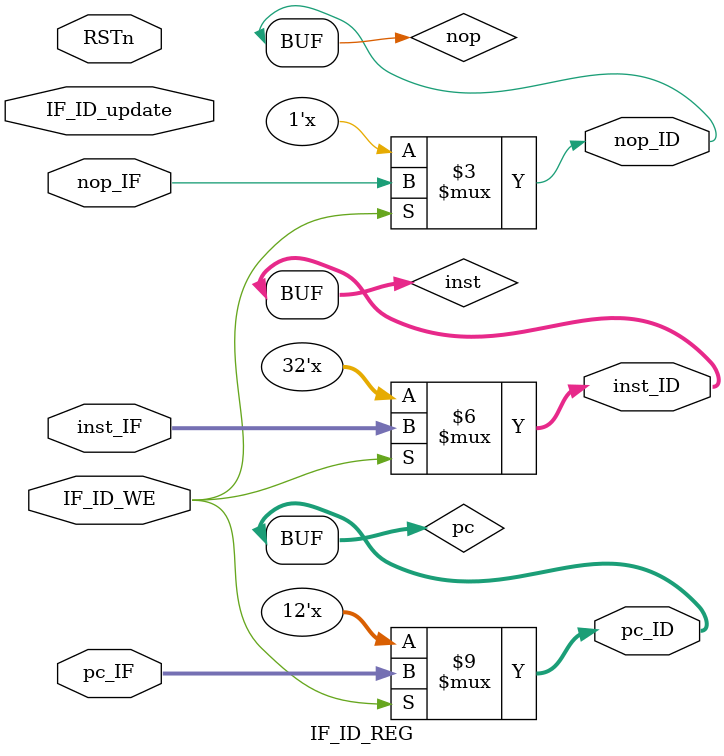
<source format=v>
module IF_ID_REG (
	input wire IF_ID_update,
	input wire RSTn,
	input wire IF_ID_WE,

	
	input wire [11:0] pc_IF,
	input wire [31:0] inst_IF,
	input wire nop_IF,

	output wire [11:0] pc_ID,
	output wire [31:0] inst_ID,
	output wire nop_ID
	
);
	//Declare the register that will store the data
	reg [11:0] pc;
	reg [31:0] inst;
	reg nop;
	//Define asynchronous read

	assign pc_ID = pc;
	assign inst_ID = inst;
	assign nop_ID = nop;

	//Define synchronous write
	always @(IF_ID_update)
	begin
		if(IF_ID_WE)
		begin

			pc <= pc_IF;
			inst <= inst_IF;
			nop <= nop_IF;
			
    		end

		else
		begin
			pc <= pc;
			inst <= inst;
			nop <= nop;
		end
	end

endmodule


</source>
